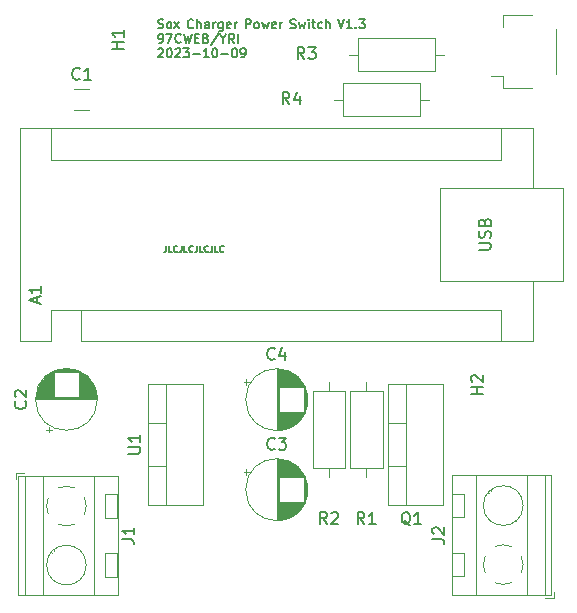
<source format=gbr>
%TF.GenerationSoftware,KiCad,Pcbnew,(7.0.0)*%
%TF.CreationDate,2023-10-09T21:37:50-04:00*%
%TF.ProjectId,CPS V2,43505320-5632-42e6-9b69-6361645f7063,rev?*%
%TF.SameCoordinates,Original*%
%TF.FileFunction,Legend,Top*%
%TF.FilePolarity,Positive*%
%FSLAX46Y46*%
G04 Gerber Fmt 4.6, Leading zero omitted, Abs format (unit mm)*
G04 Created by KiCad (PCBNEW (7.0.0)) date 2023-10-09 21:37:50*
%MOMM*%
%LPD*%
G01*
G04 APERTURE LIST*
%ADD10C,0.127000*%
%ADD11C,0.150000*%
%ADD12C,0.120000*%
G04 APERTURE END LIST*
D10*
X137988523Y-82228629D02*
X137988523Y-82591486D01*
X137988523Y-82591486D02*
X137964332Y-82664058D01*
X137964332Y-82664058D02*
X137915951Y-82712439D01*
X137915951Y-82712439D02*
X137843380Y-82736629D01*
X137843380Y-82736629D02*
X137794999Y-82736629D01*
X138472333Y-82736629D02*
X138230428Y-82736629D01*
X138230428Y-82736629D02*
X138230428Y-82228629D01*
X138931952Y-82688248D02*
X138907761Y-82712439D01*
X138907761Y-82712439D02*
X138835190Y-82736629D01*
X138835190Y-82736629D02*
X138786809Y-82736629D01*
X138786809Y-82736629D02*
X138714237Y-82712439D01*
X138714237Y-82712439D02*
X138665856Y-82664058D01*
X138665856Y-82664058D02*
X138641666Y-82615677D01*
X138641666Y-82615677D02*
X138617475Y-82518915D01*
X138617475Y-82518915D02*
X138617475Y-82446343D01*
X138617475Y-82446343D02*
X138641666Y-82349581D01*
X138641666Y-82349581D02*
X138665856Y-82301200D01*
X138665856Y-82301200D02*
X138714237Y-82252820D01*
X138714237Y-82252820D02*
X138786809Y-82228629D01*
X138786809Y-82228629D02*
X138835190Y-82228629D01*
X138835190Y-82228629D02*
X138907761Y-82252820D01*
X138907761Y-82252820D02*
X138931952Y-82277010D01*
X139294809Y-82228629D02*
X139294809Y-82591486D01*
X139294809Y-82591486D02*
X139270618Y-82664058D01*
X139270618Y-82664058D02*
X139222237Y-82712439D01*
X139222237Y-82712439D02*
X139149666Y-82736629D01*
X139149666Y-82736629D02*
X139101285Y-82736629D01*
X139778619Y-82736629D02*
X139536714Y-82736629D01*
X139536714Y-82736629D02*
X139536714Y-82228629D01*
X140238238Y-82688248D02*
X140214047Y-82712439D01*
X140214047Y-82712439D02*
X140141476Y-82736629D01*
X140141476Y-82736629D02*
X140093095Y-82736629D01*
X140093095Y-82736629D02*
X140020523Y-82712439D01*
X140020523Y-82712439D02*
X139972142Y-82664058D01*
X139972142Y-82664058D02*
X139947952Y-82615677D01*
X139947952Y-82615677D02*
X139923761Y-82518915D01*
X139923761Y-82518915D02*
X139923761Y-82446343D01*
X139923761Y-82446343D02*
X139947952Y-82349581D01*
X139947952Y-82349581D02*
X139972142Y-82301200D01*
X139972142Y-82301200D02*
X140020523Y-82252820D01*
X140020523Y-82252820D02*
X140093095Y-82228629D01*
X140093095Y-82228629D02*
X140141476Y-82228629D01*
X140141476Y-82228629D02*
X140214047Y-82252820D01*
X140214047Y-82252820D02*
X140238238Y-82277010D01*
X140601095Y-82228629D02*
X140601095Y-82591486D01*
X140601095Y-82591486D02*
X140576904Y-82664058D01*
X140576904Y-82664058D02*
X140528523Y-82712439D01*
X140528523Y-82712439D02*
X140455952Y-82736629D01*
X140455952Y-82736629D02*
X140407571Y-82736629D01*
X141084905Y-82736629D02*
X140843000Y-82736629D01*
X140843000Y-82736629D02*
X140843000Y-82228629D01*
X141544524Y-82688248D02*
X141520333Y-82712439D01*
X141520333Y-82712439D02*
X141447762Y-82736629D01*
X141447762Y-82736629D02*
X141399381Y-82736629D01*
X141399381Y-82736629D02*
X141326809Y-82712439D01*
X141326809Y-82712439D02*
X141278428Y-82664058D01*
X141278428Y-82664058D02*
X141254238Y-82615677D01*
X141254238Y-82615677D02*
X141230047Y-82518915D01*
X141230047Y-82518915D02*
X141230047Y-82446343D01*
X141230047Y-82446343D02*
X141254238Y-82349581D01*
X141254238Y-82349581D02*
X141278428Y-82301200D01*
X141278428Y-82301200D02*
X141326809Y-82252820D01*
X141326809Y-82252820D02*
X141399381Y-82228629D01*
X141399381Y-82228629D02*
X141447762Y-82228629D01*
X141447762Y-82228629D02*
X141520333Y-82252820D01*
X141520333Y-82252820D02*
X141544524Y-82277010D01*
X141907381Y-82228629D02*
X141907381Y-82591486D01*
X141907381Y-82591486D02*
X141883190Y-82664058D01*
X141883190Y-82664058D02*
X141834809Y-82712439D01*
X141834809Y-82712439D02*
X141762238Y-82736629D01*
X141762238Y-82736629D02*
X141713857Y-82736629D01*
X142391191Y-82736629D02*
X142149286Y-82736629D01*
X142149286Y-82736629D02*
X142149286Y-82228629D01*
X142850810Y-82688248D02*
X142826619Y-82712439D01*
X142826619Y-82712439D02*
X142754048Y-82736629D01*
X142754048Y-82736629D02*
X142705667Y-82736629D01*
X142705667Y-82736629D02*
X142633095Y-82712439D01*
X142633095Y-82712439D02*
X142584714Y-82664058D01*
X142584714Y-82664058D02*
X142560524Y-82615677D01*
X142560524Y-82615677D02*
X142536333Y-82518915D01*
X142536333Y-82518915D02*
X142536333Y-82446343D01*
X142536333Y-82446343D02*
X142560524Y-82349581D01*
X142560524Y-82349581D02*
X142584714Y-82301200D01*
X142584714Y-82301200D02*
X142633095Y-82252820D01*
X142633095Y-82252820D02*
X142705667Y-82228629D01*
X142705667Y-82228629D02*
X142754048Y-82228629D01*
X142754048Y-82228629D02*
X142826619Y-82252820D01*
X142826619Y-82252820D02*
X142850810Y-82277010D01*
X137305142Y-63779218D02*
X137414000Y-63815504D01*
X137414000Y-63815504D02*
X137595428Y-63815504D01*
X137595428Y-63815504D02*
X137668000Y-63779218D01*
X137668000Y-63779218D02*
X137704285Y-63742932D01*
X137704285Y-63742932D02*
X137740571Y-63670361D01*
X137740571Y-63670361D02*
X137740571Y-63597790D01*
X137740571Y-63597790D02*
X137704285Y-63525218D01*
X137704285Y-63525218D02*
X137668000Y-63488932D01*
X137668000Y-63488932D02*
X137595428Y-63452647D01*
X137595428Y-63452647D02*
X137450285Y-63416361D01*
X137450285Y-63416361D02*
X137377714Y-63380075D01*
X137377714Y-63380075D02*
X137341428Y-63343790D01*
X137341428Y-63343790D02*
X137305142Y-63271218D01*
X137305142Y-63271218D02*
X137305142Y-63198647D01*
X137305142Y-63198647D02*
X137341428Y-63126075D01*
X137341428Y-63126075D02*
X137377714Y-63089790D01*
X137377714Y-63089790D02*
X137450285Y-63053504D01*
X137450285Y-63053504D02*
X137631714Y-63053504D01*
X137631714Y-63053504D02*
X137740571Y-63089790D01*
X138175999Y-63815504D02*
X138103428Y-63779218D01*
X138103428Y-63779218D02*
X138067142Y-63742932D01*
X138067142Y-63742932D02*
X138030856Y-63670361D01*
X138030856Y-63670361D02*
X138030856Y-63452647D01*
X138030856Y-63452647D02*
X138067142Y-63380075D01*
X138067142Y-63380075D02*
X138103428Y-63343790D01*
X138103428Y-63343790D02*
X138175999Y-63307504D01*
X138175999Y-63307504D02*
X138284856Y-63307504D01*
X138284856Y-63307504D02*
X138357428Y-63343790D01*
X138357428Y-63343790D02*
X138393714Y-63380075D01*
X138393714Y-63380075D02*
X138429999Y-63452647D01*
X138429999Y-63452647D02*
X138429999Y-63670361D01*
X138429999Y-63670361D02*
X138393714Y-63742932D01*
X138393714Y-63742932D02*
X138357428Y-63779218D01*
X138357428Y-63779218D02*
X138284856Y-63815504D01*
X138284856Y-63815504D02*
X138175999Y-63815504D01*
X138684000Y-63815504D02*
X139083143Y-63307504D01*
X138684000Y-63307504D02*
X139083143Y-63815504D01*
X140266057Y-63742932D02*
X140229771Y-63779218D01*
X140229771Y-63779218D02*
X140120914Y-63815504D01*
X140120914Y-63815504D02*
X140048342Y-63815504D01*
X140048342Y-63815504D02*
X139939485Y-63779218D01*
X139939485Y-63779218D02*
X139866914Y-63706647D01*
X139866914Y-63706647D02*
X139830628Y-63634075D01*
X139830628Y-63634075D02*
X139794342Y-63488932D01*
X139794342Y-63488932D02*
X139794342Y-63380075D01*
X139794342Y-63380075D02*
X139830628Y-63234932D01*
X139830628Y-63234932D02*
X139866914Y-63162361D01*
X139866914Y-63162361D02*
X139939485Y-63089790D01*
X139939485Y-63089790D02*
X140048342Y-63053504D01*
X140048342Y-63053504D02*
X140120914Y-63053504D01*
X140120914Y-63053504D02*
X140229771Y-63089790D01*
X140229771Y-63089790D02*
X140266057Y-63126075D01*
X140592628Y-63815504D02*
X140592628Y-63053504D01*
X140919200Y-63815504D02*
X140919200Y-63416361D01*
X140919200Y-63416361D02*
X140882914Y-63343790D01*
X140882914Y-63343790D02*
X140810342Y-63307504D01*
X140810342Y-63307504D02*
X140701485Y-63307504D01*
X140701485Y-63307504D02*
X140628914Y-63343790D01*
X140628914Y-63343790D02*
X140592628Y-63380075D01*
X141608629Y-63815504D02*
X141608629Y-63416361D01*
X141608629Y-63416361D02*
X141572343Y-63343790D01*
X141572343Y-63343790D02*
X141499771Y-63307504D01*
X141499771Y-63307504D02*
X141354629Y-63307504D01*
X141354629Y-63307504D02*
X141282057Y-63343790D01*
X141608629Y-63779218D02*
X141536057Y-63815504D01*
X141536057Y-63815504D02*
X141354629Y-63815504D01*
X141354629Y-63815504D02*
X141282057Y-63779218D01*
X141282057Y-63779218D02*
X141245771Y-63706647D01*
X141245771Y-63706647D02*
X141245771Y-63634075D01*
X141245771Y-63634075D02*
X141282057Y-63561504D01*
X141282057Y-63561504D02*
X141354629Y-63525218D01*
X141354629Y-63525218D02*
X141536057Y-63525218D01*
X141536057Y-63525218D02*
X141608629Y-63488932D01*
X141971486Y-63815504D02*
X141971486Y-63307504D01*
X141971486Y-63452647D02*
X142007772Y-63380075D01*
X142007772Y-63380075D02*
X142044058Y-63343790D01*
X142044058Y-63343790D02*
X142116629Y-63307504D01*
X142116629Y-63307504D02*
X142189200Y-63307504D01*
X142769772Y-63307504D02*
X142769772Y-63924361D01*
X142769772Y-63924361D02*
X142733486Y-63996932D01*
X142733486Y-63996932D02*
X142697200Y-64033218D01*
X142697200Y-64033218D02*
X142624629Y-64069504D01*
X142624629Y-64069504D02*
X142515772Y-64069504D01*
X142515772Y-64069504D02*
X142443200Y-64033218D01*
X142769772Y-63779218D02*
X142697200Y-63815504D01*
X142697200Y-63815504D02*
X142552057Y-63815504D01*
X142552057Y-63815504D02*
X142479486Y-63779218D01*
X142479486Y-63779218D02*
X142443200Y-63742932D01*
X142443200Y-63742932D02*
X142406914Y-63670361D01*
X142406914Y-63670361D02*
X142406914Y-63452647D01*
X142406914Y-63452647D02*
X142443200Y-63380075D01*
X142443200Y-63380075D02*
X142479486Y-63343790D01*
X142479486Y-63343790D02*
X142552057Y-63307504D01*
X142552057Y-63307504D02*
X142697200Y-63307504D01*
X142697200Y-63307504D02*
X142769772Y-63343790D01*
X143422915Y-63779218D02*
X143350343Y-63815504D01*
X143350343Y-63815504D02*
X143205201Y-63815504D01*
X143205201Y-63815504D02*
X143132629Y-63779218D01*
X143132629Y-63779218D02*
X143096343Y-63706647D01*
X143096343Y-63706647D02*
X143096343Y-63416361D01*
X143096343Y-63416361D02*
X143132629Y-63343790D01*
X143132629Y-63343790D02*
X143205201Y-63307504D01*
X143205201Y-63307504D02*
X143350343Y-63307504D01*
X143350343Y-63307504D02*
X143422915Y-63343790D01*
X143422915Y-63343790D02*
X143459201Y-63416361D01*
X143459201Y-63416361D02*
X143459201Y-63488932D01*
X143459201Y-63488932D02*
X143096343Y-63561504D01*
X143785772Y-63815504D02*
X143785772Y-63307504D01*
X143785772Y-63452647D02*
X143822058Y-63380075D01*
X143822058Y-63380075D02*
X143858344Y-63343790D01*
X143858344Y-63343790D02*
X143930915Y-63307504D01*
X143930915Y-63307504D02*
X144003486Y-63307504D01*
X144714686Y-63815504D02*
X144714686Y-63053504D01*
X144714686Y-63053504D02*
X145004972Y-63053504D01*
X145004972Y-63053504D02*
X145077543Y-63089790D01*
X145077543Y-63089790D02*
X145113829Y-63126075D01*
X145113829Y-63126075D02*
X145150115Y-63198647D01*
X145150115Y-63198647D02*
X145150115Y-63307504D01*
X145150115Y-63307504D02*
X145113829Y-63380075D01*
X145113829Y-63380075D02*
X145077543Y-63416361D01*
X145077543Y-63416361D02*
X145004972Y-63452647D01*
X145004972Y-63452647D02*
X144714686Y-63452647D01*
X145585543Y-63815504D02*
X145512972Y-63779218D01*
X145512972Y-63779218D02*
X145476686Y-63742932D01*
X145476686Y-63742932D02*
X145440400Y-63670361D01*
X145440400Y-63670361D02*
X145440400Y-63452647D01*
X145440400Y-63452647D02*
X145476686Y-63380075D01*
X145476686Y-63380075D02*
X145512972Y-63343790D01*
X145512972Y-63343790D02*
X145585543Y-63307504D01*
X145585543Y-63307504D02*
X145694400Y-63307504D01*
X145694400Y-63307504D02*
X145766972Y-63343790D01*
X145766972Y-63343790D02*
X145803258Y-63380075D01*
X145803258Y-63380075D02*
X145839543Y-63452647D01*
X145839543Y-63452647D02*
X145839543Y-63670361D01*
X145839543Y-63670361D02*
X145803258Y-63742932D01*
X145803258Y-63742932D02*
X145766972Y-63779218D01*
X145766972Y-63779218D02*
X145694400Y-63815504D01*
X145694400Y-63815504D02*
X145585543Y-63815504D01*
X146093544Y-63307504D02*
X146238687Y-63815504D01*
X146238687Y-63815504D02*
X146383829Y-63452647D01*
X146383829Y-63452647D02*
X146528972Y-63815504D01*
X146528972Y-63815504D02*
X146674115Y-63307504D01*
X147254687Y-63779218D02*
X147182115Y-63815504D01*
X147182115Y-63815504D02*
X147036973Y-63815504D01*
X147036973Y-63815504D02*
X146964401Y-63779218D01*
X146964401Y-63779218D02*
X146928115Y-63706647D01*
X146928115Y-63706647D02*
X146928115Y-63416361D01*
X146928115Y-63416361D02*
X146964401Y-63343790D01*
X146964401Y-63343790D02*
X147036973Y-63307504D01*
X147036973Y-63307504D02*
X147182115Y-63307504D01*
X147182115Y-63307504D02*
X147254687Y-63343790D01*
X147254687Y-63343790D02*
X147290973Y-63416361D01*
X147290973Y-63416361D02*
X147290973Y-63488932D01*
X147290973Y-63488932D02*
X146928115Y-63561504D01*
X147617544Y-63815504D02*
X147617544Y-63307504D01*
X147617544Y-63452647D02*
X147653830Y-63380075D01*
X147653830Y-63380075D02*
X147690116Y-63343790D01*
X147690116Y-63343790D02*
X147762687Y-63307504D01*
X147762687Y-63307504D02*
X147835258Y-63307504D01*
X148510172Y-63779218D02*
X148619030Y-63815504D01*
X148619030Y-63815504D02*
X148800458Y-63815504D01*
X148800458Y-63815504D02*
X148873030Y-63779218D01*
X148873030Y-63779218D02*
X148909315Y-63742932D01*
X148909315Y-63742932D02*
X148945601Y-63670361D01*
X148945601Y-63670361D02*
X148945601Y-63597790D01*
X148945601Y-63597790D02*
X148909315Y-63525218D01*
X148909315Y-63525218D02*
X148873030Y-63488932D01*
X148873030Y-63488932D02*
X148800458Y-63452647D01*
X148800458Y-63452647D02*
X148655315Y-63416361D01*
X148655315Y-63416361D02*
X148582744Y-63380075D01*
X148582744Y-63380075D02*
X148546458Y-63343790D01*
X148546458Y-63343790D02*
X148510172Y-63271218D01*
X148510172Y-63271218D02*
X148510172Y-63198647D01*
X148510172Y-63198647D02*
X148546458Y-63126075D01*
X148546458Y-63126075D02*
X148582744Y-63089790D01*
X148582744Y-63089790D02*
X148655315Y-63053504D01*
X148655315Y-63053504D02*
X148836744Y-63053504D01*
X148836744Y-63053504D02*
X148945601Y-63089790D01*
X149199601Y-63307504D02*
X149344744Y-63815504D01*
X149344744Y-63815504D02*
X149489886Y-63452647D01*
X149489886Y-63452647D02*
X149635029Y-63815504D01*
X149635029Y-63815504D02*
X149780172Y-63307504D01*
X150070458Y-63815504D02*
X150070458Y-63307504D01*
X150070458Y-63053504D02*
X150034172Y-63089790D01*
X150034172Y-63089790D02*
X150070458Y-63126075D01*
X150070458Y-63126075D02*
X150106744Y-63089790D01*
X150106744Y-63089790D02*
X150070458Y-63053504D01*
X150070458Y-63053504D02*
X150070458Y-63126075D01*
X150324458Y-63307504D02*
X150614744Y-63307504D01*
X150433315Y-63053504D02*
X150433315Y-63706647D01*
X150433315Y-63706647D02*
X150469601Y-63779218D01*
X150469601Y-63779218D02*
X150542172Y-63815504D01*
X150542172Y-63815504D02*
X150614744Y-63815504D01*
X151195316Y-63779218D02*
X151122744Y-63815504D01*
X151122744Y-63815504D02*
X150977601Y-63815504D01*
X150977601Y-63815504D02*
X150905030Y-63779218D01*
X150905030Y-63779218D02*
X150868744Y-63742932D01*
X150868744Y-63742932D02*
X150832458Y-63670361D01*
X150832458Y-63670361D02*
X150832458Y-63452647D01*
X150832458Y-63452647D02*
X150868744Y-63380075D01*
X150868744Y-63380075D02*
X150905030Y-63343790D01*
X150905030Y-63343790D02*
X150977601Y-63307504D01*
X150977601Y-63307504D02*
X151122744Y-63307504D01*
X151122744Y-63307504D02*
X151195316Y-63343790D01*
X151521887Y-63815504D02*
X151521887Y-63053504D01*
X151848459Y-63815504D02*
X151848459Y-63416361D01*
X151848459Y-63416361D02*
X151812173Y-63343790D01*
X151812173Y-63343790D02*
X151739601Y-63307504D01*
X151739601Y-63307504D02*
X151630744Y-63307504D01*
X151630744Y-63307504D02*
X151558173Y-63343790D01*
X151558173Y-63343790D02*
X151521887Y-63380075D01*
X152559659Y-63053504D02*
X152813659Y-63815504D01*
X152813659Y-63815504D02*
X153067659Y-63053504D01*
X153720802Y-63815504D02*
X153285373Y-63815504D01*
X153503088Y-63815504D02*
X153503088Y-63053504D01*
X153503088Y-63053504D02*
X153430516Y-63162361D01*
X153430516Y-63162361D02*
X153357945Y-63234932D01*
X153357945Y-63234932D02*
X153285373Y-63271218D01*
X154047373Y-63742932D02*
X154083659Y-63779218D01*
X154083659Y-63779218D02*
X154047373Y-63815504D01*
X154047373Y-63815504D02*
X154011087Y-63779218D01*
X154011087Y-63779218D02*
X154047373Y-63742932D01*
X154047373Y-63742932D02*
X154047373Y-63815504D01*
X154337659Y-63053504D02*
X154809373Y-63053504D01*
X154809373Y-63053504D02*
X154555373Y-63343790D01*
X154555373Y-63343790D02*
X154664230Y-63343790D01*
X154664230Y-63343790D02*
X154736802Y-63380075D01*
X154736802Y-63380075D02*
X154773087Y-63416361D01*
X154773087Y-63416361D02*
X154809373Y-63488932D01*
X154809373Y-63488932D02*
X154809373Y-63670361D01*
X154809373Y-63670361D02*
X154773087Y-63742932D01*
X154773087Y-63742932D02*
X154736802Y-63779218D01*
X154736802Y-63779218D02*
X154664230Y-63815504D01*
X154664230Y-63815504D02*
X154446516Y-63815504D01*
X154446516Y-63815504D02*
X154373944Y-63779218D01*
X154373944Y-63779218D02*
X154337659Y-63742932D01*
X137377714Y-65049944D02*
X137522857Y-65049944D01*
X137522857Y-65049944D02*
X137595428Y-65013658D01*
X137595428Y-65013658D02*
X137631714Y-64977372D01*
X137631714Y-64977372D02*
X137704285Y-64868515D01*
X137704285Y-64868515D02*
X137740571Y-64723372D01*
X137740571Y-64723372D02*
X137740571Y-64433087D01*
X137740571Y-64433087D02*
X137704285Y-64360515D01*
X137704285Y-64360515D02*
X137668000Y-64324230D01*
X137668000Y-64324230D02*
X137595428Y-64287944D01*
X137595428Y-64287944D02*
X137450285Y-64287944D01*
X137450285Y-64287944D02*
X137377714Y-64324230D01*
X137377714Y-64324230D02*
X137341428Y-64360515D01*
X137341428Y-64360515D02*
X137305142Y-64433087D01*
X137305142Y-64433087D02*
X137305142Y-64614515D01*
X137305142Y-64614515D02*
X137341428Y-64687087D01*
X137341428Y-64687087D02*
X137377714Y-64723372D01*
X137377714Y-64723372D02*
X137450285Y-64759658D01*
X137450285Y-64759658D02*
X137595428Y-64759658D01*
X137595428Y-64759658D02*
X137668000Y-64723372D01*
X137668000Y-64723372D02*
X137704285Y-64687087D01*
X137704285Y-64687087D02*
X137740571Y-64614515D01*
X137994571Y-64287944D02*
X138502571Y-64287944D01*
X138502571Y-64287944D02*
X138175999Y-65049944D01*
X139228285Y-64977372D02*
X139191999Y-65013658D01*
X139191999Y-65013658D02*
X139083142Y-65049944D01*
X139083142Y-65049944D02*
X139010570Y-65049944D01*
X139010570Y-65049944D02*
X138901713Y-65013658D01*
X138901713Y-65013658D02*
X138829142Y-64941087D01*
X138829142Y-64941087D02*
X138792856Y-64868515D01*
X138792856Y-64868515D02*
X138756570Y-64723372D01*
X138756570Y-64723372D02*
X138756570Y-64614515D01*
X138756570Y-64614515D02*
X138792856Y-64469372D01*
X138792856Y-64469372D02*
X138829142Y-64396801D01*
X138829142Y-64396801D02*
X138901713Y-64324230D01*
X138901713Y-64324230D02*
X139010570Y-64287944D01*
X139010570Y-64287944D02*
X139083142Y-64287944D01*
X139083142Y-64287944D02*
X139191999Y-64324230D01*
X139191999Y-64324230D02*
X139228285Y-64360515D01*
X139482285Y-64287944D02*
X139663713Y-65049944D01*
X139663713Y-65049944D02*
X139808856Y-64505658D01*
X139808856Y-64505658D02*
X139953999Y-65049944D01*
X139953999Y-65049944D02*
X140135428Y-64287944D01*
X140425713Y-64650801D02*
X140679713Y-64650801D01*
X140788570Y-65049944D02*
X140425713Y-65049944D01*
X140425713Y-65049944D02*
X140425713Y-64287944D01*
X140425713Y-64287944D02*
X140788570Y-64287944D01*
X141369142Y-64650801D02*
X141477999Y-64687087D01*
X141477999Y-64687087D02*
X141514285Y-64723372D01*
X141514285Y-64723372D02*
X141550571Y-64795944D01*
X141550571Y-64795944D02*
X141550571Y-64904801D01*
X141550571Y-64904801D02*
X141514285Y-64977372D01*
X141514285Y-64977372D02*
X141477999Y-65013658D01*
X141477999Y-65013658D02*
X141405428Y-65049944D01*
X141405428Y-65049944D02*
X141115142Y-65049944D01*
X141115142Y-65049944D02*
X141115142Y-64287944D01*
X141115142Y-64287944D02*
X141369142Y-64287944D01*
X141369142Y-64287944D02*
X141441714Y-64324230D01*
X141441714Y-64324230D02*
X141477999Y-64360515D01*
X141477999Y-64360515D02*
X141514285Y-64433087D01*
X141514285Y-64433087D02*
X141514285Y-64505658D01*
X141514285Y-64505658D02*
X141477999Y-64578230D01*
X141477999Y-64578230D02*
X141441714Y-64614515D01*
X141441714Y-64614515D02*
X141369142Y-64650801D01*
X141369142Y-64650801D02*
X141115142Y-64650801D01*
X142421428Y-64251658D02*
X141768285Y-65231372D01*
X142820571Y-64687087D02*
X142820571Y-65049944D01*
X142566571Y-64287944D02*
X142820571Y-64687087D01*
X142820571Y-64687087D02*
X143074571Y-64287944D01*
X143764000Y-65049944D02*
X143510000Y-64687087D01*
X143328571Y-65049944D02*
X143328571Y-64287944D01*
X143328571Y-64287944D02*
X143618857Y-64287944D01*
X143618857Y-64287944D02*
X143691428Y-64324230D01*
X143691428Y-64324230D02*
X143727714Y-64360515D01*
X143727714Y-64360515D02*
X143764000Y-64433087D01*
X143764000Y-64433087D02*
X143764000Y-64541944D01*
X143764000Y-64541944D02*
X143727714Y-64614515D01*
X143727714Y-64614515D02*
X143691428Y-64650801D01*
X143691428Y-64650801D02*
X143618857Y-64687087D01*
X143618857Y-64687087D02*
X143328571Y-64687087D01*
X144090571Y-65049944D02*
X144090571Y-64287944D01*
X137305142Y-65594955D02*
X137341428Y-65558670D01*
X137341428Y-65558670D02*
X137414000Y-65522384D01*
X137414000Y-65522384D02*
X137595428Y-65522384D01*
X137595428Y-65522384D02*
X137668000Y-65558670D01*
X137668000Y-65558670D02*
X137704285Y-65594955D01*
X137704285Y-65594955D02*
X137740571Y-65667527D01*
X137740571Y-65667527D02*
X137740571Y-65740098D01*
X137740571Y-65740098D02*
X137704285Y-65848955D01*
X137704285Y-65848955D02*
X137268857Y-66284384D01*
X137268857Y-66284384D02*
X137740571Y-66284384D01*
X138212285Y-65522384D02*
X138284856Y-65522384D01*
X138284856Y-65522384D02*
X138357428Y-65558670D01*
X138357428Y-65558670D02*
X138393714Y-65594955D01*
X138393714Y-65594955D02*
X138429999Y-65667527D01*
X138429999Y-65667527D02*
X138466285Y-65812670D01*
X138466285Y-65812670D02*
X138466285Y-65994098D01*
X138466285Y-65994098D02*
X138429999Y-66139241D01*
X138429999Y-66139241D02*
X138393714Y-66211812D01*
X138393714Y-66211812D02*
X138357428Y-66248098D01*
X138357428Y-66248098D02*
X138284856Y-66284384D01*
X138284856Y-66284384D02*
X138212285Y-66284384D01*
X138212285Y-66284384D02*
X138139714Y-66248098D01*
X138139714Y-66248098D02*
X138103428Y-66211812D01*
X138103428Y-66211812D02*
X138067142Y-66139241D01*
X138067142Y-66139241D02*
X138030856Y-65994098D01*
X138030856Y-65994098D02*
X138030856Y-65812670D01*
X138030856Y-65812670D02*
X138067142Y-65667527D01*
X138067142Y-65667527D02*
X138103428Y-65594955D01*
X138103428Y-65594955D02*
X138139714Y-65558670D01*
X138139714Y-65558670D02*
X138212285Y-65522384D01*
X138756570Y-65594955D02*
X138792856Y-65558670D01*
X138792856Y-65558670D02*
X138865428Y-65522384D01*
X138865428Y-65522384D02*
X139046856Y-65522384D01*
X139046856Y-65522384D02*
X139119428Y-65558670D01*
X139119428Y-65558670D02*
X139155713Y-65594955D01*
X139155713Y-65594955D02*
X139191999Y-65667527D01*
X139191999Y-65667527D02*
X139191999Y-65740098D01*
X139191999Y-65740098D02*
X139155713Y-65848955D01*
X139155713Y-65848955D02*
X138720285Y-66284384D01*
X138720285Y-66284384D02*
X139191999Y-66284384D01*
X139445999Y-65522384D02*
X139917713Y-65522384D01*
X139917713Y-65522384D02*
X139663713Y-65812670D01*
X139663713Y-65812670D02*
X139772570Y-65812670D01*
X139772570Y-65812670D02*
X139845142Y-65848955D01*
X139845142Y-65848955D02*
X139881427Y-65885241D01*
X139881427Y-65885241D02*
X139917713Y-65957812D01*
X139917713Y-65957812D02*
X139917713Y-66139241D01*
X139917713Y-66139241D02*
X139881427Y-66211812D01*
X139881427Y-66211812D02*
X139845142Y-66248098D01*
X139845142Y-66248098D02*
X139772570Y-66284384D01*
X139772570Y-66284384D02*
X139554856Y-66284384D01*
X139554856Y-66284384D02*
X139482284Y-66248098D01*
X139482284Y-66248098D02*
X139445999Y-66211812D01*
X140244284Y-65994098D02*
X140824856Y-65994098D01*
X141586856Y-66284384D02*
X141151427Y-66284384D01*
X141369142Y-66284384D02*
X141369142Y-65522384D01*
X141369142Y-65522384D02*
X141296570Y-65631241D01*
X141296570Y-65631241D02*
X141223999Y-65703812D01*
X141223999Y-65703812D02*
X141151427Y-65740098D01*
X142058570Y-65522384D02*
X142131141Y-65522384D01*
X142131141Y-65522384D02*
X142203713Y-65558670D01*
X142203713Y-65558670D02*
X142239999Y-65594955D01*
X142239999Y-65594955D02*
X142276284Y-65667527D01*
X142276284Y-65667527D02*
X142312570Y-65812670D01*
X142312570Y-65812670D02*
X142312570Y-65994098D01*
X142312570Y-65994098D02*
X142276284Y-66139241D01*
X142276284Y-66139241D02*
X142239999Y-66211812D01*
X142239999Y-66211812D02*
X142203713Y-66248098D01*
X142203713Y-66248098D02*
X142131141Y-66284384D01*
X142131141Y-66284384D02*
X142058570Y-66284384D01*
X142058570Y-66284384D02*
X141985999Y-66248098D01*
X141985999Y-66248098D02*
X141949713Y-66211812D01*
X141949713Y-66211812D02*
X141913427Y-66139241D01*
X141913427Y-66139241D02*
X141877141Y-65994098D01*
X141877141Y-65994098D02*
X141877141Y-65812670D01*
X141877141Y-65812670D02*
X141913427Y-65667527D01*
X141913427Y-65667527D02*
X141949713Y-65594955D01*
X141949713Y-65594955D02*
X141985999Y-65558670D01*
X141985999Y-65558670D02*
X142058570Y-65522384D01*
X142639141Y-65994098D02*
X143219713Y-65994098D01*
X143727713Y-65522384D02*
X143800284Y-65522384D01*
X143800284Y-65522384D02*
X143872856Y-65558670D01*
X143872856Y-65558670D02*
X143909142Y-65594955D01*
X143909142Y-65594955D02*
X143945427Y-65667527D01*
X143945427Y-65667527D02*
X143981713Y-65812670D01*
X143981713Y-65812670D02*
X143981713Y-65994098D01*
X143981713Y-65994098D02*
X143945427Y-66139241D01*
X143945427Y-66139241D02*
X143909142Y-66211812D01*
X143909142Y-66211812D02*
X143872856Y-66248098D01*
X143872856Y-66248098D02*
X143800284Y-66284384D01*
X143800284Y-66284384D02*
X143727713Y-66284384D01*
X143727713Y-66284384D02*
X143655142Y-66248098D01*
X143655142Y-66248098D02*
X143618856Y-66211812D01*
X143618856Y-66211812D02*
X143582570Y-66139241D01*
X143582570Y-66139241D02*
X143546284Y-65994098D01*
X143546284Y-65994098D02*
X143546284Y-65812670D01*
X143546284Y-65812670D02*
X143582570Y-65667527D01*
X143582570Y-65667527D02*
X143618856Y-65594955D01*
X143618856Y-65594955D02*
X143655142Y-65558670D01*
X143655142Y-65558670D02*
X143727713Y-65522384D01*
X144344570Y-66284384D02*
X144489713Y-66284384D01*
X144489713Y-66284384D02*
X144562284Y-66248098D01*
X144562284Y-66248098D02*
X144598570Y-66211812D01*
X144598570Y-66211812D02*
X144671141Y-66102955D01*
X144671141Y-66102955D02*
X144707427Y-65957812D01*
X144707427Y-65957812D02*
X144707427Y-65667527D01*
X144707427Y-65667527D02*
X144671141Y-65594955D01*
X144671141Y-65594955D02*
X144634856Y-65558670D01*
X144634856Y-65558670D02*
X144562284Y-65522384D01*
X144562284Y-65522384D02*
X144417141Y-65522384D01*
X144417141Y-65522384D02*
X144344570Y-65558670D01*
X144344570Y-65558670D02*
X144308284Y-65594955D01*
X144308284Y-65594955D02*
X144271998Y-65667527D01*
X144271998Y-65667527D02*
X144271998Y-65848955D01*
X144271998Y-65848955D02*
X144308284Y-65921527D01*
X144308284Y-65921527D02*
X144344570Y-65957812D01*
X144344570Y-65957812D02*
X144417141Y-65994098D01*
X144417141Y-65994098D02*
X144562284Y-65994098D01*
X144562284Y-65994098D02*
X144634856Y-65957812D01*
X144634856Y-65957812D02*
X144671141Y-65921527D01*
X144671141Y-65921527D02*
X144707427Y-65848955D01*
D11*
%TO.C,R4*%
X148423333Y-70217380D02*
X148090000Y-69741190D01*
X147851905Y-70217380D02*
X147851905Y-69217380D01*
X147851905Y-69217380D02*
X148232857Y-69217380D01*
X148232857Y-69217380D02*
X148328095Y-69265000D01*
X148328095Y-69265000D02*
X148375714Y-69312619D01*
X148375714Y-69312619D02*
X148423333Y-69407857D01*
X148423333Y-69407857D02*
X148423333Y-69550714D01*
X148423333Y-69550714D02*
X148375714Y-69645952D01*
X148375714Y-69645952D02*
X148328095Y-69693571D01*
X148328095Y-69693571D02*
X148232857Y-69741190D01*
X148232857Y-69741190D02*
X147851905Y-69741190D01*
X149280476Y-69550714D02*
X149280476Y-70217380D01*
X149042381Y-69169761D02*
X148804286Y-69884047D01*
X148804286Y-69884047D02*
X149423333Y-69884047D01*
%TO.C,R2*%
X151598333Y-105777380D02*
X151265000Y-105301190D01*
X151026905Y-105777380D02*
X151026905Y-104777380D01*
X151026905Y-104777380D02*
X151407857Y-104777380D01*
X151407857Y-104777380D02*
X151503095Y-104825000D01*
X151503095Y-104825000D02*
X151550714Y-104872619D01*
X151550714Y-104872619D02*
X151598333Y-104967857D01*
X151598333Y-104967857D02*
X151598333Y-105110714D01*
X151598333Y-105110714D02*
X151550714Y-105205952D01*
X151550714Y-105205952D02*
X151503095Y-105253571D01*
X151503095Y-105253571D02*
X151407857Y-105301190D01*
X151407857Y-105301190D02*
X151026905Y-105301190D01*
X151979286Y-104872619D02*
X152026905Y-104825000D01*
X152026905Y-104825000D02*
X152122143Y-104777380D01*
X152122143Y-104777380D02*
X152360238Y-104777380D01*
X152360238Y-104777380D02*
X152455476Y-104825000D01*
X152455476Y-104825000D02*
X152503095Y-104872619D01*
X152503095Y-104872619D02*
X152550714Y-104967857D01*
X152550714Y-104967857D02*
X152550714Y-105063095D01*
X152550714Y-105063095D02*
X152503095Y-105205952D01*
X152503095Y-105205952D02*
X151931667Y-105777380D01*
X151931667Y-105777380D02*
X152550714Y-105777380D01*
%TO.C,H2*%
X164807380Y-94741904D02*
X163807380Y-94741904D01*
X164283571Y-94741904D02*
X164283571Y-94170476D01*
X164807380Y-94170476D02*
X163807380Y-94170476D01*
X163902619Y-93741904D02*
X163855000Y-93694285D01*
X163855000Y-93694285D02*
X163807380Y-93599047D01*
X163807380Y-93599047D02*
X163807380Y-93360952D01*
X163807380Y-93360952D02*
X163855000Y-93265714D01*
X163855000Y-93265714D02*
X163902619Y-93218095D01*
X163902619Y-93218095D02*
X163997857Y-93170476D01*
X163997857Y-93170476D02*
X164093095Y-93170476D01*
X164093095Y-93170476D02*
X164235952Y-93218095D01*
X164235952Y-93218095D02*
X164807380Y-93789523D01*
X164807380Y-93789523D02*
X164807380Y-93170476D01*
%TO.C,C1*%
X130663333Y-68072142D02*
X130615714Y-68119761D01*
X130615714Y-68119761D02*
X130472857Y-68167380D01*
X130472857Y-68167380D02*
X130377619Y-68167380D01*
X130377619Y-68167380D02*
X130234762Y-68119761D01*
X130234762Y-68119761D02*
X130139524Y-68024523D01*
X130139524Y-68024523D02*
X130091905Y-67929285D01*
X130091905Y-67929285D02*
X130044286Y-67738809D01*
X130044286Y-67738809D02*
X130044286Y-67595952D01*
X130044286Y-67595952D02*
X130091905Y-67405476D01*
X130091905Y-67405476D02*
X130139524Y-67310238D01*
X130139524Y-67310238D02*
X130234762Y-67215000D01*
X130234762Y-67215000D02*
X130377619Y-67167380D01*
X130377619Y-67167380D02*
X130472857Y-67167380D01*
X130472857Y-67167380D02*
X130615714Y-67215000D01*
X130615714Y-67215000D02*
X130663333Y-67262619D01*
X131615714Y-68167380D02*
X131044286Y-68167380D01*
X131330000Y-68167380D02*
X131330000Y-67167380D01*
X131330000Y-67167380D02*
X131234762Y-67310238D01*
X131234762Y-67310238D02*
X131139524Y-67405476D01*
X131139524Y-67405476D02*
X131044286Y-67453095D01*
%TO.C,C2*%
X126062142Y-95396666D02*
X126109761Y-95444285D01*
X126109761Y-95444285D02*
X126157380Y-95587142D01*
X126157380Y-95587142D02*
X126157380Y-95682380D01*
X126157380Y-95682380D02*
X126109761Y-95825237D01*
X126109761Y-95825237D02*
X126014523Y-95920475D01*
X126014523Y-95920475D02*
X125919285Y-95968094D01*
X125919285Y-95968094D02*
X125728809Y-96015713D01*
X125728809Y-96015713D02*
X125585952Y-96015713D01*
X125585952Y-96015713D02*
X125395476Y-95968094D01*
X125395476Y-95968094D02*
X125300238Y-95920475D01*
X125300238Y-95920475D02*
X125205000Y-95825237D01*
X125205000Y-95825237D02*
X125157380Y-95682380D01*
X125157380Y-95682380D02*
X125157380Y-95587142D01*
X125157380Y-95587142D02*
X125205000Y-95444285D01*
X125205000Y-95444285D02*
X125252619Y-95396666D01*
X125252619Y-95015713D02*
X125205000Y-94968094D01*
X125205000Y-94968094D02*
X125157380Y-94872856D01*
X125157380Y-94872856D02*
X125157380Y-94634761D01*
X125157380Y-94634761D02*
X125205000Y-94539523D01*
X125205000Y-94539523D02*
X125252619Y-94491904D01*
X125252619Y-94491904D02*
X125347857Y-94444285D01*
X125347857Y-94444285D02*
X125443095Y-94444285D01*
X125443095Y-94444285D02*
X125585952Y-94491904D01*
X125585952Y-94491904D02*
X126157380Y-95063332D01*
X126157380Y-95063332D02*
X126157380Y-94444285D01*
%TO.C,U1*%
X134797380Y-99821904D02*
X135606904Y-99821904D01*
X135606904Y-99821904D02*
X135702142Y-99774285D01*
X135702142Y-99774285D02*
X135749761Y-99726666D01*
X135749761Y-99726666D02*
X135797380Y-99631428D01*
X135797380Y-99631428D02*
X135797380Y-99440952D01*
X135797380Y-99440952D02*
X135749761Y-99345714D01*
X135749761Y-99345714D02*
X135702142Y-99298095D01*
X135702142Y-99298095D02*
X135606904Y-99250476D01*
X135606904Y-99250476D02*
X134797380Y-99250476D01*
X135797380Y-98250476D02*
X135797380Y-98821904D01*
X135797380Y-98536190D02*
X134797380Y-98536190D01*
X134797380Y-98536190D02*
X134940238Y-98631428D01*
X134940238Y-98631428D02*
X135035476Y-98726666D01*
X135035476Y-98726666D02*
X135083095Y-98821904D01*
%TO.C,A1*%
X127081666Y-87074285D02*
X127081666Y-86598095D01*
X127367380Y-87169523D02*
X126367380Y-86836190D01*
X126367380Y-86836190D02*
X127367380Y-86502857D01*
X127367380Y-85645714D02*
X127367380Y-86217142D01*
X127367380Y-85931428D02*
X126367380Y-85931428D01*
X126367380Y-85931428D02*
X126510238Y-86026666D01*
X126510238Y-86026666D02*
X126605476Y-86121904D01*
X126605476Y-86121904D02*
X126653095Y-86217142D01*
X164467380Y-82541904D02*
X165276904Y-82541904D01*
X165276904Y-82541904D02*
X165372142Y-82494285D01*
X165372142Y-82494285D02*
X165419761Y-82446666D01*
X165419761Y-82446666D02*
X165467380Y-82351428D01*
X165467380Y-82351428D02*
X165467380Y-82160952D01*
X165467380Y-82160952D02*
X165419761Y-82065714D01*
X165419761Y-82065714D02*
X165372142Y-82018095D01*
X165372142Y-82018095D02*
X165276904Y-81970476D01*
X165276904Y-81970476D02*
X164467380Y-81970476D01*
X165419761Y-81541904D02*
X165467380Y-81399047D01*
X165467380Y-81399047D02*
X165467380Y-81160952D01*
X165467380Y-81160952D02*
X165419761Y-81065714D01*
X165419761Y-81065714D02*
X165372142Y-81018095D01*
X165372142Y-81018095D02*
X165276904Y-80970476D01*
X165276904Y-80970476D02*
X165181666Y-80970476D01*
X165181666Y-80970476D02*
X165086428Y-81018095D01*
X165086428Y-81018095D02*
X165038809Y-81065714D01*
X165038809Y-81065714D02*
X164991190Y-81160952D01*
X164991190Y-81160952D02*
X164943571Y-81351428D01*
X164943571Y-81351428D02*
X164895952Y-81446666D01*
X164895952Y-81446666D02*
X164848333Y-81494285D01*
X164848333Y-81494285D02*
X164753095Y-81541904D01*
X164753095Y-81541904D02*
X164657857Y-81541904D01*
X164657857Y-81541904D02*
X164562619Y-81494285D01*
X164562619Y-81494285D02*
X164515000Y-81446666D01*
X164515000Y-81446666D02*
X164467380Y-81351428D01*
X164467380Y-81351428D02*
X164467380Y-81113333D01*
X164467380Y-81113333D02*
X164515000Y-80970476D01*
X164943571Y-80208571D02*
X164991190Y-80065714D01*
X164991190Y-80065714D02*
X165038809Y-80018095D01*
X165038809Y-80018095D02*
X165134047Y-79970476D01*
X165134047Y-79970476D02*
X165276904Y-79970476D01*
X165276904Y-79970476D02*
X165372142Y-80018095D01*
X165372142Y-80018095D02*
X165419761Y-80065714D01*
X165419761Y-80065714D02*
X165467380Y-80160952D01*
X165467380Y-80160952D02*
X165467380Y-80541904D01*
X165467380Y-80541904D02*
X164467380Y-80541904D01*
X164467380Y-80541904D02*
X164467380Y-80208571D01*
X164467380Y-80208571D02*
X164515000Y-80113333D01*
X164515000Y-80113333D02*
X164562619Y-80065714D01*
X164562619Y-80065714D02*
X164657857Y-80018095D01*
X164657857Y-80018095D02*
X164753095Y-80018095D01*
X164753095Y-80018095D02*
X164848333Y-80065714D01*
X164848333Y-80065714D02*
X164895952Y-80113333D01*
X164895952Y-80113333D02*
X164943571Y-80208571D01*
X164943571Y-80208571D02*
X164943571Y-80541904D01*
%TO.C,C3*%
X147173333Y-99392142D02*
X147125714Y-99439761D01*
X147125714Y-99439761D02*
X146982857Y-99487380D01*
X146982857Y-99487380D02*
X146887619Y-99487380D01*
X146887619Y-99487380D02*
X146744762Y-99439761D01*
X146744762Y-99439761D02*
X146649524Y-99344523D01*
X146649524Y-99344523D02*
X146601905Y-99249285D01*
X146601905Y-99249285D02*
X146554286Y-99058809D01*
X146554286Y-99058809D02*
X146554286Y-98915952D01*
X146554286Y-98915952D02*
X146601905Y-98725476D01*
X146601905Y-98725476D02*
X146649524Y-98630238D01*
X146649524Y-98630238D02*
X146744762Y-98535000D01*
X146744762Y-98535000D02*
X146887619Y-98487380D01*
X146887619Y-98487380D02*
X146982857Y-98487380D01*
X146982857Y-98487380D02*
X147125714Y-98535000D01*
X147125714Y-98535000D02*
X147173333Y-98582619D01*
X147506667Y-98487380D02*
X148125714Y-98487380D01*
X148125714Y-98487380D02*
X147792381Y-98868333D01*
X147792381Y-98868333D02*
X147935238Y-98868333D01*
X147935238Y-98868333D02*
X148030476Y-98915952D01*
X148030476Y-98915952D02*
X148078095Y-98963571D01*
X148078095Y-98963571D02*
X148125714Y-99058809D01*
X148125714Y-99058809D02*
X148125714Y-99296904D01*
X148125714Y-99296904D02*
X148078095Y-99392142D01*
X148078095Y-99392142D02*
X148030476Y-99439761D01*
X148030476Y-99439761D02*
X147935238Y-99487380D01*
X147935238Y-99487380D02*
X147649524Y-99487380D01*
X147649524Y-99487380D02*
X147554286Y-99439761D01*
X147554286Y-99439761D02*
X147506667Y-99392142D01*
%TO.C,J2*%
X160532380Y-107053333D02*
X161246666Y-107053333D01*
X161246666Y-107053333D02*
X161389523Y-107100952D01*
X161389523Y-107100952D02*
X161484761Y-107196190D01*
X161484761Y-107196190D02*
X161532380Y-107339047D01*
X161532380Y-107339047D02*
X161532380Y-107434285D01*
X160627619Y-106624761D02*
X160580000Y-106577142D01*
X160580000Y-106577142D02*
X160532380Y-106481904D01*
X160532380Y-106481904D02*
X160532380Y-106243809D01*
X160532380Y-106243809D02*
X160580000Y-106148571D01*
X160580000Y-106148571D02*
X160627619Y-106100952D01*
X160627619Y-106100952D02*
X160722857Y-106053333D01*
X160722857Y-106053333D02*
X160818095Y-106053333D01*
X160818095Y-106053333D02*
X160960952Y-106100952D01*
X160960952Y-106100952D02*
X161532380Y-106672380D01*
X161532380Y-106672380D02*
X161532380Y-106053333D01*
%TO.C,R1*%
X154773333Y-105777380D02*
X154440000Y-105301190D01*
X154201905Y-105777380D02*
X154201905Y-104777380D01*
X154201905Y-104777380D02*
X154582857Y-104777380D01*
X154582857Y-104777380D02*
X154678095Y-104825000D01*
X154678095Y-104825000D02*
X154725714Y-104872619D01*
X154725714Y-104872619D02*
X154773333Y-104967857D01*
X154773333Y-104967857D02*
X154773333Y-105110714D01*
X154773333Y-105110714D02*
X154725714Y-105205952D01*
X154725714Y-105205952D02*
X154678095Y-105253571D01*
X154678095Y-105253571D02*
X154582857Y-105301190D01*
X154582857Y-105301190D02*
X154201905Y-105301190D01*
X155725714Y-105777380D02*
X155154286Y-105777380D01*
X155440000Y-105777380D02*
X155440000Y-104777380D01*
X155440000Y-104777380D02*
X155344762Y-104920238D01*
X155344762Y-104920238D02*
X155249524Y-105015476D01*
X155249524Y-105015476D02*
X155154286Y-105063095D01*
%TO.C,J1*%
X134267380Y-107093333D02*
X134981666Y-107093333D01*
X134981666Y-107093333D02*
X135124523Y-107140952D01*
X135124523Y-107140952D02*
X135219761Y-107236190D01*
X135219761Y-107236190D02*
X135267380Y-107379047D01*
X135267380Y-107379047D02*
X135267380Y-107474285D01*
X135267380Y-106093333D02*
X135267380Y-106664761D01*
X135267380Y-106379047D02*
X134267380Y-106379047D01*
X134267380Y-106379047D02*
X134410238Y-106474285D01*
X134410238Y-106474285D02*
X134505476Y-106569523D01*
X134505476Y-106569523D02*
X134553095Y-106664761D01*
%TO.C,C4*%
X147173333Y-91772142D02*
X147125714Y-91819761D01*
X147125714Y-91819761D02*
X146982857Y-91867380D01*
X146982857Y-91867380D02*
X146887619Y-91867380D01*
X146887619Y-91867380D02*
X146744762Y-91819761D01*
X146744762Y-91819761D02*
X146649524Y-91724523D01*
X146649524Y-91724523D02*
X146601905Y-91629285D01*
X146601905Y-91629285D02*
X146554286Y-91438809D01*
X146554286Y-91438809D02*
X146554286Y-91295952D01*
X146554286Y-91295952D02*
X146601905Y-91105476D01*
X146601905Y-91105476D02*
X146649524Y-91010238D01*
X146649524Y-91010238D02*
X146744762Y-90915000D01*
X146744762Y-90915000D02*
X146887619Y-90867380D01*
X146887619Y-90867380D02*
X146982857Y-90867380D01*
X146982857Y-90867380D02*
X147125714Y-90915000D01*
X147125714Y-90915000D02*
X147173333Y-90962619D01*
X148030476Y-91200714D02*
X148030476Y-91867380D01*
X147792381Y-90819761D02*
X147554286Y-91534047D01*
X147554286Y-91534047D02*
X148173333Y-91534047D01*
%TO.C,R3*%
X149693333Y-66407380D02*
X149360000Y-65931190D01*
X149121905Y-66407380D02*
X149121905Y-65407380D01*
X149121905Y-65407380D02*
X149502857Y-65407380D01*
X149502857Y-65407380D02*
X149598095Y-65455000D01*
X149598095Y-65455000D02*
X149645714Y-65502619D01*
X149645714Y-65502619D02*
X149693333Y-65597857D01*
X149693333Y-65597857D02*
X149693333Y-65740714D01*
X149693333Y-65740714D02*
X149645714Y-65835952D01*
X149645714Y-65835952D02*
X149598095Y-65883571D01*
X149598095Y-65883571D02*
X149502857Y-65931190D01*
X149502857Y-65931190D02*
X149121905Y-65931190D01*
X150026667Y-65407380D02*
X150645714Y-65407380D01*
X150645714Y-65407380D02*
X150312381Y-65788333D01*
X150312381Y-65788333D02*
X150455238Y-65788333D01*
X150455238Y-65788333D02*
X150550476Y-65835952D01*
X150550476Y-65835952D02*
X150598095Y-65883571D01*
X150598095Y-65883571D02*
X150645714Y-65978809D01*
X150645714Y-65978809D02*
X150645714Y-66216904D01*
X150645714Y-66216904D02*
X150598095Y-66312142D01*
X150598095Y-66312142D02*
X150550476Y-66359761D01*
X150550476Y-66359761D02*
X150455238Y-66407380D01*
X150455238Y-66407380D02*
X150169524Y-66407380D01*
X150169524Y-66407380D02*
X150074286Y-66359761D01*
X150074286Y-66359761D02*
X150026667Y-66312142D01*
%TO.C,H1*%
X134377380Y-65531904D02*
X133377380Y-65531904D01*
X133853571Y-65531904D02*
X133853571Y-64960476D01*
X134377380Y-64960476D02*
X133377380Y-64960476D01*
X134377380Y-63960476D02*
X134377380Y-64531904D01*
X134377380Y-64246190D02*
X133377380Y-64246190D01*
X133377380Y-64246190D02*
X133520238Y-64341428D01*
X133520238Y-64341428D02*
X133615476Y-64436666D01*
X133615476Y-64436666D02*
X133663095Y-64531904D01*
%TO.C,Q1*%
X158654761Y-105872619D02*
X158559523Y-105825000D01*
X158559523Y-105825000D02*
X158464285Y-105729761D01*
X158464285Y-105729761D02*
X158321428Y-105586904D01*
X158321428Y-105586904D02*
X158226190Y-105539285D01*
X158226190Y-105539285D02*
X158130952Y-105539285D01*
X158178571Y-105777380D02*
X158083333Y-105729761D01*
X158083333Y-105729761D02*
X157988095Y-105634523D01*
X157988095Y-105634523D02*
X157940476Y-105444047D01*
X157940476Y-105444047D02*
X157940476Y-105110714D01*
X157940476Y-105110714D02*
X157988095Y-104920238D01*
X157988095Y-104920238D02*
X158083333Y-104825000D01*
X158083333Y-104825000D02*
X158178571Y-104777380D01*
X158178571Y-104777380D02*
X158369047Y-104777380D01*
X158369047Y-104777380D02*
X158464285Y-104825000D01*
X158464285Y-104825000D02*
X158559523Y-104920238D01*
X158559523Y-104920238D02*
X158607142Y-105110714D01*
X158607142Y-105110714D02*
X158607142Y-105444047D01*
X158607142Y-105444047D02*
X158559523Y-105634523D01*
X158559523Y-105634523D02*
X158464285Y-105729761D01*
X158464285Y-105729761D02*
X158369047Y-105777380D01*
X158369047Y-105777380D02*
X158178571Y-105777380D01*
X159559523Y-105777380D02*
X158988095Y-105777380D01*
X159273809Y-105777380D02*
X159273809Y-104777380D01*
X159273809Y-104777380D02*
X159178571Y-104920238D01*
X159178571Y-104920238D02*
X159083333Y-105015476D01*
X159083333Y-105015476D02*
X158988095Y-105063095D01*
D12*
%TO.C,R4*%
X152170000Y-69850000D02*
X152940000Y-69850000D01*
X152940000Y-68480000D02*
X152940000Y-71220000D01*
X152940000Y-71220000D02*
X159480000Y-71220000D01*
X159480000Y-68480000D02*
X152940000Y-68480000D01*
X159480000Y-71220000D02*
X159480000Y-68480000D01*
X160250000Y-69850000D02*
X159480000Y-69850000D01*
%TO.C,R2*%
X151765000Y-101830000D02*
X151765000Y-101060000D01*
X150395000Y-101060000D02*
X153135000Y-101060000D01*
X153135000Y-101060000D02*
X153135000Y-94520000D01*
X150395000Y-94520000D02*
X150395000Y-101060000D01*
X153135000Y-94520000D02*
X150395000Y-94520000D01*
X151765000Y-93750000D02*
X151765000Y-94520000D01*
%TO.C,C1*%
X130201000Y-68930000D02*
X131459000Y-68930000D01*
X130201000Y-70770000D02*
X131459000Y-70770000D01*
%TO.C,J3*%
X166490000Y-68890000D02*
X166490000Y-67840000D01*
X168990000Y-68890000D02*
X166490000Y-68890000D01*
X166490000Y-67840000D02*
X165500000Y-67840000D01*
X170960000Y-67720000D02*
X170960000Y-63840000D01*
X166490000Y-62670000D02*
X166490000Y-63720000D01*
X168990000Y-62670000D02*
X166490000Y-62670000D01*
%TO.C,C2*%
X128065000Y-98034775D02*
X128065000Y-97534775D01*
X127815000Y-97784775D02*
X128315000Y-97784775D01*
X126960000Y-95230000D02*
X132120000Y-95230000D01*
X126960000Y-95190000D02*
X132120000Y-95190000D01*
X126961000Y-95150000D02*
X132119000Y-95150000D01*
X126962000Y-95110000D02*
X132118000Y-95110000D01*
X126964000Y-95070000D02*
X132116000Y-95070000D01*
X126967000Y-95030000D02*
X132113000Y-95030000D01*
X126971000Y-94990000D02*
X128500000Y-94990000D01*
X130580000Y-94990000D02*
X132109000Y-94990000D01*
X126975000Y-94950000D02*
X128500000Y-94950000D01*
X130580000Y-94950000D02*
X132105000Y-94950000D01*
X126979000Y-94910000D02*
X128500000Y-94910000D01*
X130580000Y-94910000D02*
X132101000Y-94910000D01*
X126984000Y-94870000D02*
X128500000Y-94870000D01*
X130580000Y-94870000D02*
X132096000Y-94870000D01*
X126990000Y-94830000D02*
X128500000Y-94830000D01*
X130580000Y-94830000D02*
X132090000Y-94830000D01*
X126997000Y-94790000D02*
X128500000Y-94790000D01*
X130580000Y-94790000D02*
X132083000Y-94790000D01*
X127004000Y-94750000D02*
X128500000Y-94750000D01*
X130580000Y-94750000D02*
X132076000Y-94750000D01*
X127012000Y-94710000D02*
X128500000Y-94710000D01*
X130580000Y-94710000D02*
X132068000Y-94710000D01*
X127020000Y-94670000D02*
X128500000Y-94670000D01*
X130580000Y-94670000D02*
X132060000Y-94670000D01*
X127029000Y-94630000D02*
X128500000Y-94630000D01*
X130580000Y-94630000D02*
X132051000Y-94630000D01*
X127039000Y-94590000D02*
X128500000Y-94590000D01*
X130580000Y-94590000D02*
X132041000Y-94590000D01*
X127049000Y-94550000D02*
X128500000Y-94550000D01*
X130580000Y-94550000D02*
X132031000Y-94550000D01*
X127060000Y-94509000D02*
X128500000Y-94509000D01*
X130580000Y-94509000D02*
X132020000Y-94509000D01*
X127072000Y-94469000D02*
X128500000Y-94469000D01*
X130580000Y-94469000D02*
X132008000Y-94469000D01*
X127085000Y-94429000D02*
X128500000Y-94429000D01*
X130580000Y-94429000D02*
X131995000Y-94429000D01*
X127098000Y-94389000D02*
X128500000Y-94389000D01*
X130580000Y-94389000D02*
X131982000Y-94389000D01*
X127112000Y-94349000D02*
X128500000Y-94349000D01*
X130580000Y-94349000D02*
X131968000Y-94349000D01*
X127126000Y-94309000D02*
X128500000Y-94309000D01*
X130580000Y-94309000D02*
X131954000Y-94309000D01*
X127142000Y-94269000D02*
X128500000Y-94269000D01*
X130580000Y-94269000D02*
X131938000Y-94269000D01*
X127158000Y-94229000D02*
X128500000Y-94229000D01*
X130580000Y-94229000D02*
X131922000Y-94229000D01*
X127175000Y-94189000D02*
X128500000Y-94189000D01*
X130580000Y-94189000D02*
X131905000Y-94189000D01*
X127192000Y-94149000D02*
X128500000Y-94149000D01*
X130580000Y-94149000D02*
X131888000Y-94149000D01*
X127211000Y-94109000D02*
X128500000Y-94109000D01*
X130580000Y-94109000D02*
X131869000Y-94109000D01*
X127230000Y-94069000D02*
X128500000Y-94069000D01*
X130580000Y-94069000D02*
X131850000Y-94069000D01*
X127250000Y-94029000D02*
X128500000Y-94029000D01*
X130580000Y-94029000D02*
X131830000Y-94029000D01*
X127272000Y-93989000D02*
X128500000Y-93989000D01*
X130580000Y-93989000D02*
X131808000Y-93989000D01*
X127293000Y-93949000D02*
X128500000Y-93949000D01*
X130580000Y-93949000D02*
X131787000Y-93949000D01*
X127316000Y-93909000D02*
X128500000Y-93909000D01*
X130580000Y-93909000D02*
X131764000Y-93909000D01*
X127340000Y-93869000D02*
X128500000Y-93869000D01*
X130580000Y-93869000D02*
X131740000Y-93869000D01*
X127365000Y-93829000D02*
X128500000Y-93829000D01*
X130580000Y-93829000D02*
X131715000Y-93829000D01*
X127391000Y-93789000D02*
X128500000Y-93789000D01*
X130580000Y-93789000D02*
X131689000Y-93789000D01*
X127418000Y-93749000D02*
X128500000Y-93749000D01*
X130580000Y-93749000D02*
X131662000Y-93749000D01*
X127445000Y-93709000D02*
X128500000Y-93709000D01*
X130580000Y-93709000D02*
X131635000Y-93709000D01*
X127475000Y-93669000D02*
X128500000Y-93669000D01*
X130580000Y-93669000D02*
X131605000Y-93669000D01*
X127505000Y-93629000D02*
X128500000Y-93629000D01*
X130580000Y-93629000D02*
X131575000Y-93629000D01*
X127536000Y-93589000D02*
X128500000Y-93589000D01*
X130580000Y-93589000D02*
X131544000Y-93589000D01*
X127569000Y-93549000D02*
X128500000Y-93549000D01*
X130580000Y-93549000D02*
X131511000Y-93549000D01*
X127603000Y-93509000D02*
X128500000Y-93509000D01*
X130580000Y-93509000D02*
X131477000Y-93509000D01*
X127639000Y-93469000D02*
X128500000Y-93469000D01*
X130580000Y-93469000D02*
X131441000Y-93469000D01*
X127676000Y-93429000D02*
X128500000Y-93429000D01*
X130580000Y-93429000D02*
X131404000Y-93429000D01*
X127714000Y-93389000D02*
X128500000Y-93389000D01*
X130580000Y-93389000D02*
X131366000Y-93389000D01*
X127755000Y-93349000D02*
X128500000Y-93349000D01*
X130580000Y-93349000D02*
X131325000Y-93349000D01*
X127797000Y-93309000D02*
X128500000Y-93309000D01*
X130580000Y-93309000D02*
X131283000Y-93309000D01*
X127841000Y-93269000D02*
X128500000Y-93269000D01*
X130580000Y-93269000D02*
X131239000Y-93269000D01*
X127887000Y-93229000D02*
X128500000Y-93229000D01*
X130580000Y-93229000D02*
X131193000Y-93229000D01*
X127935000Y-93189000D02*
X128500000Y-93189000D01*
X130580000Y-93189000D02*
X131145000Y-93189000D01*
X127986000Y-93149000D02*
X128500000Y-93149000D01*
X130580000Y-93149000D02*
X131094000Y-93149000D01*
X128040000Y-93109000D02*
X128500000Y-93109000D01*
X130580000Y-93109000D02*
X131040000Y-93109000D01*
X128097000Y-93069000D02*
X128500000Y-93069000D01*
X130580000Y-93069000D02*
X130983000Y-93069000D01*
X128157000Y-93029000D02*
X128500000Y-93029000D01*
X130580000Y-93029000D02*
X130923000Y-93029000D01*
X128221000Y-92989000D02*
X128500000Y-92989000D01*
X130580000Y-92989000D02*
X130859000Y-92989000D01*
X128289000Y-92949000D02*
X128500000Y-92949000D01*
X130580000Y-92949000D02*
X130791000Y-92949000D01*
X128362000Y-92909000D02*
X130718000Y-92909000D01*
X128442000Y-92869000D02*
X130638000Y-92869000D01*
X128529000Y-92829000D02*
X130551000Y-92829000D01*
X128625000Y-92789000D02*
X130455000Y-92789000D01*
X128735000Y-92749000D02*
X130345000Y-92749000D01*
X128863000Y-92709000D02*
X130217000Y-92709000D01*
X129022000Y-92669000D02*
X130058000Y-92669000D01*
X129256000Y-92629000D02*
X129824000Y-92629000D01*
X132160000Y-95230000D02*
G75*
G03*
X132160000Y-95230000I-2620000J0D01*
G01*
%TO.C,U1*%
X136430000Y-104180000D02*
X141071000Y-104180000D01*
X136430000Y-104180000D02*
X136430000Y-93940000D01*
X137940000Y-104180000D02*
X137940000Y-93940000D01*
X141071000Y-104180000D02*
X141071000Y-93940000D01*
X136430000Y-100910000D02*
X137940000Y-100910000D01*
X136430000Y-97209000D02*
X137940000Y-97209000D01*
X136430000Y-93940000D02*
X141071000Y-93940000D01*
%TO.C,A1*%
X125600000Y-90300000D02*
X128270000Y-90300000D01*
X130810000Y-90300000D02*
X169040000Y-90300000D01*
X169040000Y-90300000D02*
X169040000Y-85220000D01*
X128270000Y-87630000D02*
X128270000Y-90300000D01*
X130810000Y-87630000D02*
X130810000Y-90300000D01*
X130810000Y-87630000D02*
X128270000Y-87630000D01*
X130810000Y-87630000D02*
X166370000Y-87630000D01*
X166370000Y-87630000D02*
X166370000Y-90300000D01*
X161160000Y-85220000D02*
X161160000Y-77340000D01*
X171580000Y-85220000D02*
X161160000Y-85220000D01*
X161160000Y-77340000D02*
X171580000Y-77340000D01*
X171580000Y-77340000D02*
X171580000Y-85220000D01*
X128270000Y-74930000D02*
X166370000Y-74930000D01*
X128270000Y-74930000D02*
X128270000Y-72260000D01*
X166370000Y-74930000D02*
X166370000Y-72260000D01*
X125600000Y-72260000D02*
X125600000Y-90300000D01*
X169040000Y-72260000D02*
X169040000Y-77340000D01*
X169040000Y-72260000D02*
X125600000Y-72260000D01*
%TO.C,C3*%
X144535225Y-101395000D02*
X145035225Y-101395000D01*
X144785225Y-101145000D02*
X144785225Y-101645000D01*
X147340000Y-100290000D02*
X147340000Y-105450000D01*
X147380000Y-100290000D02*
X147380000Y-105450000D01*
X147420000Y-100291000D02*
X147420000Y-105449000D01*
X147460000Y-100292000D02*
X147460000Y-105448000D01*
X147500000Y-100294000D02*
X147500000Y-105446000D01*
X147540000Y-100297000D02*
X147540000Y-105443000D01*
X147580000Y-100301000D02*
X147580000Y-101830000D01*
X147580000Y-103910000D02*
X147580000Y-105439000D01*
X147620000Y-100305000D02*
X147620000Y-101830000D01*
X147620000Y-103910000D02*
X147620000Y-105435000D01*
X147660000Y-100309000D02*
X147660000Y-101830000D01*
X147660000Y-103910000D02*
X147660000Y-105431000D01*
X147700000Y-100314000D02*
X147700000Y-101830000D01*
X147700000Y-103910000D02*
X147700000Y-105426000D01*
X147740000Y-100320000D02*
X147740000Y-101830000D01*
X147740000Y-103910000D02*
X147740000Y-105420000D01*
X147780000Y-100327000D02*
X147780000Y-101830000D01*
X147780000Y-103910000D02*
X147780000Y-105413000D01*
X147820000Y-100334000D02*
X147820000Y-101830000D01*
X147820000Y-103910000D02*
X147820000Y-105406000D01*
X147860000Y-100342000D02*
X147860000Y-101830000D01*
X147860000Y-103910000D02*
X147860000Y-105398000D01*
X147900000Y-100350000D02*
X147900000Y-101830000D01*
X147900000Y-103910000D02*
X147900000Y-105390000D01*
X147940000Y-100359000D02*
X147940000Y-101830000D01*
X147940000Y-103910000D02*
X147940000Y-105381000D01*
X147980000Y-100369000D02*
X147980000Y-101830000D01*
X147980000Y-103910000D02*
X147980000Y-105371000D01*
X148020000Y-100379000D02*
X148020000Y-101830000D01*
X148020000Y-103910000D02*
X148020000Y-105361000D01*
X148061000Y-100390000D02*
X148061000Y-101830000D01*
X148061000Y-103910000D02*
X148061000Y-105350000D01*
X148101000Y-100402000D02*
X148101000Y-101830000D01*
X148101000Y-103910000D02*
X148101000Y-105338000D01*
X148141000Y-100415000D02*
X148141000Y-101830000D01*
X148141000Y-103910000D02*
X148141000Y-105325000D01*
X148181000Y-100428000D02*
X148181000Y-101830000D01*
X148181000Y-103910000D02*
X148181000Y-105312000D01*
X148221000Y-100442000D02*
X148221000Y-101830000D01*
X148221000Y-103910000D02*
X148221000Y-105298000D01*
X148261000Y-100456000D02*
X148261000Y-101830000D01*
X148261000Y-103910000D02*
X148261000Y-105284000D01*
X148301000Y-100472000D02*
X148301000Y-101830000D01*
X148301000Y-103910000D02*
X148301000Y-105268000D01*
X148341000Y-100488000D02*
X148341000Y-101830000D01*
X148341000Y-103910000D02*
X148341000Y-105252000D01*
X148381000Y-100505000D02*
X148381000Y-101830000D01*
X148381000Y-103910000D02*
X148381000Y-105235000D01*
X148421000Y-100522000D02*
X148421000Y-101830000D01*
X148421000Y-103910000D02*
X148421000Y-105218000D01*
X148461000Y-100541000D02*
X148461000Y-101830000D01*
X148461000Y-103910000D02*
X148461000Y-105199000D01*
X148501000Y-100560000D02*
X148501000Y-101830000D01*
X148501000Y-103910000D02*
X148501000Y-105180000D01*
X148541000Y-100580000D02*
X148541000Y-101830000D01*
X148541000Y-103910000D02*
X148541000Y-105160000D01*
X148581000Y-100602000D02*
X148581000Y-101830000D01*
X148581000Y-103910000D02*
X148581000Y-105138000D01*
X148621000Y-100623000D02*
X148621000Y-101830000D01*
X148621000Y-103910000D02*
X148621000Y-105117000D01*
X148661000Y-100646000D02*
X148661000Y-101830000D01*
X148661000Y-103910000D02*
X148661000Y-105094000D01*
X148701000Y-100670000D02*
X148701000Y-101830000D01*
X148701000Y-103910000D02*
X148701000Y-105070000D01*
X148741000Y-100695000D02*
X148741000Y-101830000D01*
X148741000Y-103910000D02*
X148741000Y-105045000D01*
X148781000Y-100721000D02*
X148781000Y-101830000D01*
X148781000Y-103910000D02*
X148781000Y-105019000D01*
X148821000Y-100748000D02*
X148821000Y-101830000D01*
X148821000Y-103910000D02*
X148821000Y-104992000D01*
X148861000Y-100775000D02*
X148861000Y-101830000D01*
X148861000Y-103910000D02*
X148861000Y-104965000D01*
X148901000Y-100805000D02*
X148901000Y-101830000D01*
X148901000Y-103910000D02*
X148901000Y-104935000D01*
X148941000Y-100835000D02*
X148941000Y-101830000D01*
X148941000Y-103910000D02*
X148941000Y-104905000D01*
X148981000Y-100866000D02*
X148981000Y-101830000D01*
X148981000Y-103910000D02*
X148981000Y-104874000D01*
X149021000Y-100899000D02*
X149021000Y-101830000D01*
X149021000Y-103910000D02*
X149021000Y-104841000D01*
X149061000Y-100933000D02*
X149061000Y-101830000D01*
X149061000Y-103910000D02*
X149061000Y-104807000D01*
X149101000Y-100969000D02*
X149101000Y-101830000D01*
X149101000Y-103910000D02*
X149101000Y-104771000D01*
X149141000Y-101006000D02*
X149141000Y-101830000D01*
X149141000Y-103910000D02*
X149141000Y-104734000D01*
X149181000Y-101044000D02*
X149181000Y-101830000D01*
X149181000Y-103910000D02*
X149181000Y-104696000D01*
X149221000Y-101085000D02*
X149221000Y-101830000D01*
X149221000Y-103910000D02*
X149221000Y-104655000D01*
X149261000Y-101127000D02*
X149261000Y-101830000D01*
X149261000Y-103910000D02*
X149261000Y-104613000D01*
X149301000Y-101171000D02*
X149301000Y-101830000D01*
X149301000Y-103910000D02*
X149301000Y-104569000D01*
X149341000Y-101217000D02*
X149341000Y-101830000D01*
X149341000Y-103910000D02*
X149341000Y-104523000D01*
X149381000Y-101265000D02*
X149381000Y-101830000D01*
X149381000Y-103910000D02*
X149381000Y-104475000D01*
X149421000Y-101316000D02*
X149421000Y-101830000D01*
X149421000Y-103910000D02*
X149421000Y-104424000D01*
X149461000Y-101370000D02*
X149461000Y-101830000D01*
X149461000Y-103910000D02*
X149461000Y-104370000D01*
X149501000Y-101427000D02*
X149501000Y-101830000D01*
X149501000Y-103910000D02*
X149501000Y-104313000D01*
X149541000Y-101487000D02*
X149541000Y-101830000D01*
X149541000Y-103910000D02*
X149541000Y-104253000D01*
X149581000Y-101551000D02*
X149581000Y-101830000D01*
X149581000Y-103910000D02*
X149581000Y-104189000D01*
X149621000Y-101619000D02*
X149621000Y-101830000D01*
X149621000Y-103910000D02*
X149621000Y-104121000D01*
X149661000Y-101692000D02*
X149661000Y-104048000D01*
X149701000Y-101772000D02*
X149701000Y-103968000D01*
X149741000Y-101859000D02*
X149741000Y-103881000D01*
X149781000Y-101955000D02*
X149781000Y-103785000D01*
X149821000Y-102065000D02*
X149821000Y-103675000D01*
X149861000Y-102193000D02*
X149861000Y-103547000D01*
X149901000Y-102352000D02*
X149901000Y-103388000D01*
X149941000Y-102586000D02*
X149941000Y-103154000D01*
X149960000Y-102870000D02*
G75*
G03*
X149960000Y-102870000I-2620000J0D01*
G01*
%TO.C,J2*%
X170085000Y-112020000D02*
X170825000Y-112020000D01*
X170825000Y-112020000D02*
X170825000Y-111520000D01*
X162165000Y-111780000D02*
X170585000Y-111780000D01*
X162165000Y-111780000D02*
X162165000Y-101660000D01*
X164224000Y-111780000D02*
X164224000Y-101660000D01*
X168525000Y-111780000D02*
X168525000Y-101660000D01*
X170025000Y-111780000D02*
X170025000Y-101660000D01*
X170585000Y-111780000D02*
X170585000Y-101660000D01*
X162225000Y-110220000D02*
X163225000Y-110220000D01*
X162225000Y-110220000D02*
X162225000Y-108220000D01*
X163225000Y-110220000D02*
X163225000Y-108220000D01*
X162225000Y-108220000D02*
X163225000Y-108220000D01*
X167548000Y-105447000D02*
X167594000Y-105494000D01*
X167764000Y-105254000D02*
X167799000Y-105289000D01*
X162225000Y-105220000D02*
X163225000Y-105220000D01*
X162225000Y-105220000D02*
X162225000Y-103220000D01*
X163225000Y-105220000D02*
X163225000Y-103220000D01*
X162225000Y-103220000D02*
X163225000Y-103220000D01*
X165250000Y-103150000D02*
X165286000Y-103185000D01*
X165456000Y-102945000D02*
X165502000Y-102992000D01*
X162165000Y-101660000D02*
X170585000Y-101660000D01*
X165841001Y-110754999D02*
G75*
G03*
X167208042Y-110755426I684000J1534992D01*
G01*
X164990001Y-108536001D02*
G75*
G03*
X164989574Y-109903042I1534992J-684000D01*
G01*
X168059999Y-109904000D02*
G75*
G03*
X168205252Y-109191195I-1535000J683999D01*
G01*
X168204999Y-109220000D02*
G75*
G03*
X168059755Y-108536682I-1679999J0D01*
G01*
X167209000Y-107685000D02*
G75*
G03*
X165841958Y-107684574I-684000J-1535000D01*
G01*
X168205000Y-104220000D02*
G75*
G03*
X168205000Y-104220000I-1680000J0D01*
G01*
%TO.C,R1*%
X154940000Y-93750000D02*
X154940000Y-94520000D01*
X156310000Y-94520000D02*
X153570000Y-94520000D01*
X153570000Y-94520000D02*
X153570000Y-101060000D01*
X156310000Y-101060000D02*
X156310000Y-94520000D01*
X153570000Y-101060000D02*
X156310000Y-101060000D01*
X154940000Y-101830000D02*
X154940000Y-101060000D01*
%TO.C,J1*%
X125980000Y-101460000D02*
X125240000Y-101460000D01*
X125240000Y-101460000D02*
X125240000Y-101960000D01*
X133900000Y-101700000D02*
X125480000Y-101700000D01*
X133900000Y-101700000D02*
X133900000Y-111820000D01*
X131841000Y-101700000D02*
X131841000Y-111820000D01*
X127540000Y-101700000D02*
X127540000Y-111820000D01*
X126040000Y-101700000D02*
X126040000Y-111820000D01*
X125480000Y-101700000D02*
X125480000Y-111820000D01*
X133840000Y-103260000D02*
X132840000Y-103260000D01*
X133840000Y-103260000D02*
X133840000Y-105260000D01*
X132840000Y-103260000D02*
X132840000Y-105260000D01*
X133840000Y-105260000D02*
X132840000Y-105260000D01*
X128517000Y-108033000D02*
X128471000Y-107986000D01*
X128301000Y-108226000D02*
X128266000Y-108191000D01*
X133840000Y-108260000D02*
X132840000Y-108260000D01*
X133840000Y-108260000D02*
X133840000Y-110260000D01*
X132840000Y-108260000D02*
X132840000Y-110260000D01*
X133840000Y-110260000D02*
X132840000Y-110260000D01*
X130815000Y-110330000D02*
X130779000Y-110295000D01*
X130609000Y-110535000D02*
X130563000Y-110488000D01*
X133900000Y-111820000D02*
X125480000Y-111820000D01*
X130223999Y-102725001D02*
G75*
G03*
X128856958Y-102724574I-684000J-1534992D01*
G01*
X131074999Y-104943999D02*
G75*
G03*
X131075426Y-103576958I-1534992J684000D01*
G01*
X128005001Y-103576000D02*
G75*
G03*
X127859748Y-104288805I1535000J-683999D01*
G01*
X127860001Y-104260000D02*
G75*
G03*
X128005245Y-104943318I1679999J0D01*
G01*
X128856000Y-105795000D02*
G75*
G03*
X130223042Y-105795426I684000J1535000D01*
G01*
X131220000Y-109260000D02*
G75*
G03*
X131220000Y-109260000I-1680000J0D01*
G01*
%TO.C,C4*%
X144535225Y-93775000D02*
X145035225Y-93775000D01*
X144785225Y-93525000D02*
X144785225Y-94025000D01*
X147340000Y-92670000D02*
X147340000Y-97830000D01*
X147380000Y-92670000D02*
X147380000Y-97830000D01*
X147420000Y-92671000D02*
X147420000Y-97829000D01*
X147460000Y-92672000D02*
X147460000Y-97828000D01*
X147500000Y-92674000D02*
X147500000Y-97826000D01*
X147540000Y-92677000D02*
X147540000Y-97823000D01*
X147580000Y-92681000D02*
X147580000Y-94210000D01*
X147580000Y-96290000D02*
X147580000Y-97819000D01*
X147620000Y-92685000D02*
X147620000Y-94210000D01*
X147620000Y-96290000D02*
X147620000Y-97815000D01*
X147660000Y-92689000D02*
X147660000Y-94210000D01*
X147660000Y-96290000D02*
X147660000Y-97811000D01*
X147700000Y-92694000D02*
X147700000Y-94210000D01*
X147700000Y-96290000D02*
X147700000Y-97806000D01*
X147740000Y-92700000D02*
X147740000Y-94210000D01*
X147740000Y-96290000D02*
X147740000Y-97800000D01*
X147780000Y-92707000D02*
X147780000Y-94210000D01*
X147780000Y-96290000D02*
X147780000Y-97793000D01*
X147820000Y-92714000D02*
X147820000Y-94210000D01*
X147820000Y-96290000D02*
X147820000Y-97786000D01*
X147860000Y-92722000D02*
X147860000Y-94210000D01*
X147860000Y-96290000D02*
X147860000Y-97778000D01*
X147900000Y-92730000D02*
X147900000Y-94210000D01*
X147900000Y-96290000D02*
X147900000Y-97770000D01*
X147940000Y-92739000D02*
X147940000Y-94210000D01*
X147940000Y-96290000D02*
X147940000Y-97761000D01*
X147980000Y-92749000D02*
X147980000Y-94210000D01*
X147980000Y-96290000D02*
X147980000Y-97751000D01*
X148020000Y-92759000D02*
X148020000Y-94210000D01*
X148020000Y-96290000D02*
X148020000Y-97741000D01*
X148061000Y-92770000D02*
X148061000Y-94210000D01*
X148061000Y-96290000D02*
X148061000Y-97730000D01*
X148101000Y-92782000D02*
X148101000Y-94210000D01*
X148101000Y-96290000D02*
X148101000Y-97718000D01*
X148141000Y-92795000D02*
X148141000Y-94210000D01*
X148141000Y-96290000D02*
X148141000Y-97705000D01*
X148181000Y-92808000D02*
X148181000Y-94210000D01*
X148181000Y-96290000D02*
X148181000Y-97692000D01*
X148221000Y-92822000D02*
X148221000Y-94210000D01*
X148221000Y-96290000D02*
X148221000Y-97678000D01*
X148261000Y-92836000D02*
X148261000Y-94210000D01*
X148261000Y-96290000D02*
X148261000Y-97664000D01*
X148301000Y-92852000D02*
X148301000Y-94210000D01*
X148301000Y-96290000D02*
X148301000Y-97648000D01*
X148341000Y-92868000D02*
X148341000Y-94210000D01*
X148341000Y-96290000D02*
X148341000Y-97632000D01*
X148381000Y-92885000D02*
X148381000Y-94210000D01*
X148381000Y-96290000D02*
X148381000Y-97615000D01*
X148421000Y-92902000D02*
X148421000Y-94210000D01*
X148421000Y-96290000D02*
X148421000Y-97598000D01*
X148461000Y-92921000D02*
X148461000Y-94210000D01*
X148461000Y-96290000D02*
X148461000Y-97579000D01*
X148501000Y-92940000D02*
X148501000Y-94210000D01*
X148501000Y-96290000D02*
X148501000Y-97560000D01*
X148541000Y-92960000D02*
X148541000Y-94210000D01*
X148541000Y-96290000D02*
X148541000Y-97540000D01*
X148581000Y-92982000D02*
X148581000Y-94210000D01*
X148581000Y-96290000D02*
X148581000Y-97518000D01*
X148621000Y-93003000D02*
X148621000Y-94210000D01*
X148621000Y-96290000D02*
X148621000Y-97497000D01*
X148661000Y-93026000D02*
X148661000Y-94210000D01*
X148661000Y-96290000D02*
X148661000Y-97474000D01*
X148701000Y-93050000D02*
X148701000Y-94210000D01*
X148701000Y-96290000D02*
X148701000Y-97450000D01*
X148741000Y-93075000D02*
X148741000Y-94210000D01*
X148741000Y-96290000D02*
X148741000Y-97425000D01*
X148781000Y-93101000D02*
X148781000Y-94210000D01*
X148781000Y-96290000D02*
X148781000Y-97399000D01*
X148821000Y-93128000D02*
X148821000Y-94210000D01*
X148821000Y-96290000D02*
X148821000Y-97372000D01*
X148861000Y-93155000D02*
X148861000Y-94210000D01*
X148861000Y-96290000D02*
X148861000Y-97345000D01*
X148901000Y-93185000D02*
X148901000Y-94210000D01*
X148901000Y-96290000D02*
X148901000Y-97315000D01*
X148941000Y-93215000D02*
X148941000Y-94210000D01*
X148941000Y-96290000D02*
X148941000Y-97285000D01*
X148981000Y-93246000D02*
X148981000Y-94210000D01*
X148981000Y-96290000D02*
X148981000Y-97254000D01*
X149021000Y-93279000D02*
X149021000Y-94210000D01*
X149021000Y-96290000D02*
X149021000Y-97221000D01*
X149061000Y-93313000D02*
X149061000Y-94210000D01*
X149061000Y-96290000D02*
X149061000Y-97187000D01*
X149101000Y-93349000D02*
X149101000Y-94210000D01*
X149101000Y-96290000D02*
X149101000Y-97151000D01*
X149141000Y-93386000D02*
X149141000Y-94210000D01*
X149141000Y-96290000D02*
X149141000Y-97114000D01*
X149181000Y-93424000D02*
X149181000Y-94210000D01*
X149181000Y-96290000D02*
X149181000Y-97076000D01*
X149221000Y-93465000D02*
X149221000Y-94210000D01*
X149221000Y-96290000D02*
X149221000Y-97035000D01*
X149261000Y-93507000D02*
X149261000Y-94210000D01*
X149261000Y-96290000D02*
X149261000Y-96993000D01*
X149301000Y-93551000D02*
X149301000Y-94210000D01*
X149301000Y-96290000D02*
X149301000Y-96949000D01*
X149341000Y-93597000D02*
X149341000Y-94210000D01*
X149341000Y-96290000D02*
X149341000Y-96903000D01*
X149381000Y-93645000D02*
X149381000Y-94210000D01*
X149381000Y-96290000D02*
X149381000Y-96855000D01*
X149421000Y-93696000D02*
X149421000Y-94210000D01*
X149421000Y-96290000D02*
X149421000Y-96804000D01*
X149461000Y-93750000D02*
X149461000Y-94210000D01*
X149461000Y-96290000D02*
X149461000Y-96750000D01*
X149501000Y-93807000D02*
X149501000Y-94210000D01*
X149501000Y-96290000D02*
X149501000Y-96693000D01*
X149541000Y-93867000D02*
X149541000Y-94210000D01*
X149541000Y-96290000D02*
X149541000Y-96633000D01*
X149581000Y-93931000D02*
X149581000Y-94210000D01*
X149581000Y-96290000D02*
X149581000Y-96569000D01*
X149621000Y-93999000D02*
X149621000Y-94210000D01*
X149621000Y-96290000D02*
X149621000Y-96501000D01*
X149661000Y-94072000D02*
X149661000Y-96428000D01*
X149701000Y-94152000D02*
X149701000Y-96348000D01*
X149741000Y-94239000D02*
X149741000Y-96261000D01*
X149781000Y-94335000D02*
X149781000Y-96165000D01*
X149821000Y-94445000D02*
X149821000Y-96055000D01*
X149861000Y-94573000D02*
X149861000Y-95927000D01*
X149901000Y-94732000D02*
X149901000Y-95768000D01*
X149941000Y-94966000D02*
X149941000Y-95534000D01*
X149960000Y-95250000D02*
G75*
G03*
X149960000Y-95250000I-2620000J0D01*
G01*
%TO.C,R3*%
X153440000Y-66040000D02*
X154210000Y-66040000D01*
X154210000Y-64670000D02*
X154210000Y-67410000D01*
X154210000Y-67410000D02*
X160750000Y-67410000D01*
X160750000Y-64670000D02*
X154210000Y-64670000D01*
X160750000Y-67410000D02*
X160750000Y-64670000D01*
X161520000Y-66040000D02*
X160750000Y-66040000D01*
%TO.C,Q1*%
X156750000Y-104180000D02*
X161391000Y-104180000D01*
X156750000Y-104180000D02*
X156750000Y-93940000D01*
X158260000Y-104180000D02*
X158260000Y-93940000D01*
X161391000Y-104180000D02*
X161391000Y-93940000D01*
X156750000Y-100910000D02*
X158260000Y-100910000D01*
X156750000Y-97209000D02*
X158260000Y-97209000D01*
X156750000Y-93940000D02*
X161391000Y-93940000D01*
%TD*%
M02*

</source>
